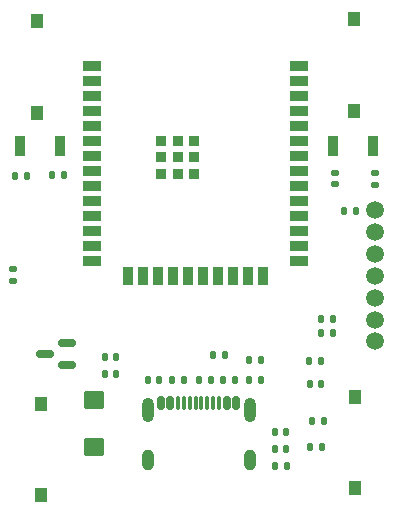
<source format=gbr>
%TF.GenerationSoftware,KiCad,Pcbnew,7.0.10*%
%TF.CreationDate,2024-12-13T01:25:29+05:30*%
%TF.ProjectId,Watch_v3,57617463-685f-4763-932e-6b696361645f,Watch_v3*%
%TF.SameCoordinates,Original*%
%TF.FileFunction,Paste,Top*%
%TF.FilePolarity,Positive*%
%FSLAX46Y46*%
G04 Gerber Fmt 4.6, Leading zero omitted, Abs format (unit mm)*
G04 Created by KiCad (PCBNEW 7.0.10) date 2024-12-13 01:25:29*
%MOMM*%
%LPD*%
G01*
G04 APERTURE LIST*
G04 Aperture macros list*
%AMRoundRect*
0 Rectangle with rounded corners*
0 $1 Rounding radius*
0 $2 $3 $4 $5 $6 $7 $8 $9 X,Y pos of 4 corners*
0 Add a 4 corners polygon primitive as box body*
4,1,4,$2,$3,$4,$5,$6,$7,$8,$9,$2,$3,0*
0 Add four circle primitives for the rounded corners*
1,1,$1+$1,$2,$3*
1,1,$1+$1,$4,$5*
1,1,$1+$1,$6,$7*
1,1,$1+$1,$8,$9*
0 Add four rect primitives between the rounded corners*
20,1,$1+$1,$2,$3,$4,$5,0*
20,1,$1+$1,$4,$5,$6,$7,0*
20,1,$1+$1,$6,$7,$8,$9,0*
20,1,$1+$1,$8,$9,$2,$3,0*%
G04 Aperture macros list end*
%ADD10RoundRect,0.147500X-0.147500X-0.172500X0.147500X-0.172500X0.147500X0.172500X-0.147500X0.172500X0*%
%ADD11RoundRect,0.140000X-0.140000X-0.170000X0.140000X-0.170000X0.140000X0.170000X-0.140000X0.170000X0*%
%ADD12RoundRect,0.222222X-0.627778X0.577778X-0.627778X-0.577778X0.627778X-0.577778X0.627778X0.577778X0*%
%ADD13RoundRect,0.135000X0.135000X0.185000X-0.135000X0.185000X-0.135000X-0.185000X0.135000X-0.185000X0*%
%ADD14RoundRect,0.140000X0.170000X-0.140000X0.170000X0.140000X-0.170000X0.140000X-0.170000X-0.140000X0*%
%ADD15C,1.500000*%
%ADD16RoundRect,0.140000X0.140000X0.170000X-0.140000X0.170000X-0.140000X-0.170000X0.140000X-0.170000X0*%
%ADD17RoundRect,0.135000X-0.135000X-0.185000X0.135000X-0.185000X0.135000X0.185000X-0.135000X0.185000X0*%
%ADD18R,1.500000X0.900000*%
%ADD19R,0.900000X1.500000*%
%ADD20R,0.900000X0.900000*%
%ADD21R,1.000000X1.250000*%
%ADD22R,0.900000X1.700000*%
%ADD23RoundRect,0.150000X-0.150000X-0.425000X0.150000X-0.425000X0.150000X0.425000X-0.150000X0.425000X0*%
%ADD24RoundRect,0.075000X-0.075000X-0.500000X0.075000X-0.500000X0.075000X0.500000X-0.075000X0.500000X0*%
%ADD25O,1.000000X2.100000*%
%ADD26O,1.000000X1.800000*%
%ADD27RoundRect,0.135000X-0.185000X0.135000X-0.185000X-0.135000X0.185000X-0.135000X0.185000X0.135000X0*%
%ADD28RoundRect,0.135000X0.185000X-0.135000X0.185000X0.135000X-0.185000X0.135000X-0.185000X-0.135000X0*%
%ADD29RoundRect,0.150000X0.587500X0.150000X-0.587500X0.150000X-0.587500X-0.150000X0.587500X-0.150000X0*%
G04 APERTURE END LIST*
D10*
%TO.C,D4*%
X157475000Y-98875000D03*
X158445000Y-98875000D03*
%TD*%
D11*
%TO.C,C19*%
X154540000Y-104425000D03*
X155500000Y-104425000D03*
%TD*%
D12*
%TO.C,D1*%
X139250000Y-100275000D03*
X139250000Y-104275000D03*
%TD*%
D13*
%TO.C,R6*%
X153360000Y-96825000D03*
X152340000Y-96825000D03*
%TD*%
D14*
%TO.C,C8*%
X159625000Y-81960000D03*
X159625000Y-81000000D03*
%TD*%
D15*
%TO.C,J8*%
X163025000Y-95300000D03*
X163025000Y-93450000D03*
X163025000Y-91600000D03*
X163025000Y-89750000D03*
X163025000Y-87900000D03*
X163025000Y-86050000D03*
X163025000Y-84200000D03*
%TD*%
D16*
%TO.C,C16*%
X141110000Y-96600000D03*
X140150000Y-96600000D03*
%TD*%
D11*
%TO.C,C14*%
X157540000Y-104275000D03*
X158500000Y-104275000D03*
%TD*%
D13*
%TO.C,R12*%
X136645000Y-81175000D03*
X135625000Y-81175000D03*
%TD*%
D16*
%TO.C,C15*%
X141125000Y-98025000D03*
X140165000Y-98025000D03*
%TD*%
D17*
%TO.C,R38*%
X157655000Y-102000000D03*
X158675000Y-102000000D03*
%TD*%
D18*
%TO.C,U4*%
X139075000Y-71980000D03*
X139075000Y-73250000D03*
X139075000Y-74520000D03*
X139075000Y-75790000D03*
X139075000Y-77060000D03*
X139075000Y-78330000D03*
X139075000Y-79600000D03*
X139075000Y-80870000D03*
X139075000Y-82140000D03*
X139075000Y-83410000D03*
X139075000Y-84680000D03*
X139075000Y-85950000D03*
X139075000Y-87220000D03*
X139075000Y-88490000D03*
D19*
X142115000Y-89740000D03*
X143385000Y-89740000D03*
X144655000Y-89740000D03*
X145925000Y-89740000D03*
X147195000Y-89740000D03*
X148465000Y-89740000D03*
X149735000Y-89740000D03*
X151005000Y-89740000D03*
X152275000Y-89740000D03*
X153545000Y-89740000D03*
D18*
X156575000Y-88490000D03*
X156575000Y-87220000D03*
X156575000Y-85950000D03*
X156575000Y-84680000D03*
X156575000Y-83410000D03*
X156575000Y-82140000D03*
X156575000Y-80870000D03*
X156575000Y-79600000D03*
X156575000Y-78330000D03*
X156575000Y-77060000D03*
X156575000Y-75790000D03*
X156575000Y-74520000D03*
X156575000Y-73250000D03*
X156575000Y-71980000D03*
D20*
X144925000Y-78300000D03*
X144925000Y-79700000D03*
X144925000Y-81100000D03*
X146325000Y-78300000D03*
X146325000Y-79700000D03*
X146325000Y-81100000D03*
X147725000Y-78300000D03*
X147725000Y-79700000D03*
X147725000Y-81100000D03*
%TD*%
D10*
%TO.C,D2*%
X158480000Y-93400000D03*
X159450000Y-93400000D03*
%TD*%
D16*
%TO.C,C13*%
X155510000Y-102950000D03*
X154550000Y-102950000D03*
%TD*%
D21*
%TO.C,SW7*%
X134775000Y-108325000D03*
X134775000Y-100575000D03*
%TD*%
D11*
%TO.C,C20*%
X154565000Y-105825000D03*
X155525000Y-105825000D03*
%TD*%
D22*
%TO.C,SW1*%
X136325000Y-78750000D03*
X132925000Y-78750000D03*
%TD*%
D17*
%TO.C,R3*%
X152305000Y-98600000D03*
X153325000Y-98600000D03*
%TD*%
D16*
%TO.C,C7*%
X133525000Y-81250000D03*
X132565000Y-81250000D03*
%TD*%
D10*
%TO.C,D3*%
X157465000Y-96925000D03*
X158435000Y-96925000D03*
%TD*%
D23*
%TO.C,J1*%
X144870000Y-100545000D03*
X145670000Y-100545000D03*
D24*
X146820000Y-100545000D03*
X147820000Y-100545000D03*
X148320000Y-100545000D03*
X149320000Y-100545000D03*
D23*
X150470000Y-100545000D03*
X151270000Y-100545000D03*
X151270000Y-100545000D03*
X150470000Y-100545000D03*
D24*
X149820000Y-100545000D03*
X148820000Y-100545000D03*
X147320000Y-100545000D03*
X146320000Y-100545000D03*
D23*
X145670000Y-100545000D03*
X144870000Y-100545000D03*
D25*
X143750000Y-101120000D03*
D26*
X143750000Y-105300000D03*
D25*
X152390000Y-101120000D03*
D26*
X152390000Y-105300000D03*
%TD*%
D21*
%TO.C,SW4*%
X161250000Y-75750000D03*
X161250000Y-68000000D03*
%TD*%
D27*
%TO.C,R13*%
X162975000Y-81005000D03*
X162975000Y-82025000D03*
%TD*%
D28*
%TO.C,R19*%
X132375000Y-90220000D03*
X132375000Y-89200000D03*
%TD*%
D21*
%TO.C,SW6*%
X161350000Y-99975000D03*
X161350000Y-107725000D03*
%TD*%
D17*
%TO.C,R2*%
X145805000Y-98600000D03*
X146825000Y-98600000D03*
%TD*%
%TO.C,R4*%
X158450000Y-94575000D03*
X159470000Y-94575000D03*
%TD*%
D29*
%TO.C,Q1*%
X136925000Y-97325000D03*
X136925000Y-95425000D03*
X135050000Y-96375000D03*
%TD*%
D17*
%TO.C,R9*%
X160405000Y-84275000D03*
X161425000Y-84275000D03*
%TD*%
D22*
%TO.C,SW3*%
X159475000Y-78725000D03*
X162875000Y-78725000D03*
%TD*%
D21*
%TO.C,SW5*%
X134425000Y-75925000D03*
X134425000Y-68175000D03*
%TD*%
D17*
%TO.C,R20*%
X150130000Y-98550000D03*
X151150000Y-98550000D03*
%TD*%
%TO.C,R1*%
X148080000Y-98550000D03*
X149100000Y-98550000D03*
%TD*%
D16*
%TO.C,C1*%
X144735000Y-98575000D03*
X143775000Y-98575000D03*
%TD*%
D13*
%TO.C,R25*%
X150325000Y-96425000D03*
X149305000Y-96425000D03*
%TD*%
M02*

</source>
